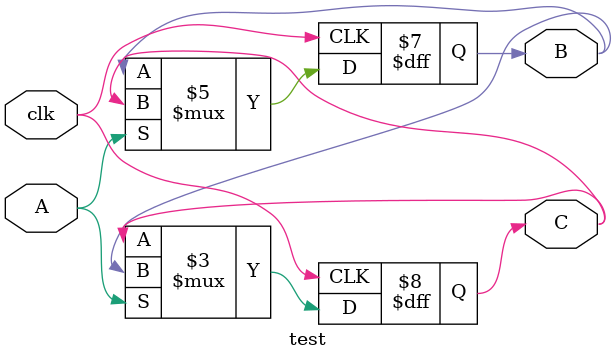
<source format=v>
`timescale 1ns / 1ps
module test(
    input clk,
    input  A,
    output reg B,
    output reg C
    );	 
	 always@(posedge clk)begin
	 if(A==1)begin
		C<=B;
		B<=C;
	 end
	 end


endmodule

</source>
